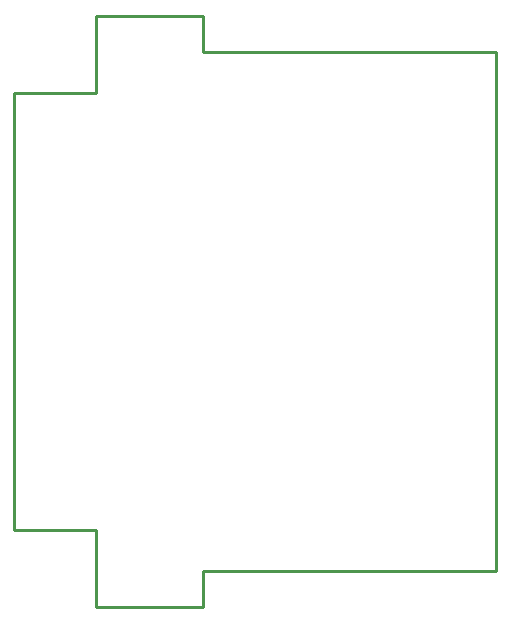
<source format=gko>
G04*
G04 #@! TF.GenerationSoftware,Altium Limited,Altium Designer,21.6.1 (37)*
G04*
G04 Layer_Color=16711935*
%FSLAX25Y25*%
%MOIN*%
G70*
G04*
G04 #@! TF.SameCoordinates,5EA0F2DE-1706-4193-BDFD-DA62A5601E92*
G04*
G04*
G04 #@! TF.FilePolarity,Positive*
G04*
G01*
G75*
%ADD18C,0.01000*%
D18*
X-74803Y-72835D02*
X-47244Y-72835D01*
X-74803Y-72835D02*
X-74803Y72835D01*
X-47244Y-98425D02*
X-47244Y-72835D01*
X-47244Y-98425D02*
X-11811Y-98425D01*
X-47244Y98425D02*
X-11811Y98425D01*
X-74803Y72835D02*
X-47244Y72835D01*
X-47244Y98425D01*
X-11811Y86614D02*
X85984Y86614D01*
X-11811Y-86614D02*
X85984Y-86614D01*
X-11811Y-98425D02*
X-11811Y-86614D01*
X-11811Y86614D02*
X-11811Y98425D01*
X85984Y86614D02*
X85984Y-86614D01*
M02*

</source>
